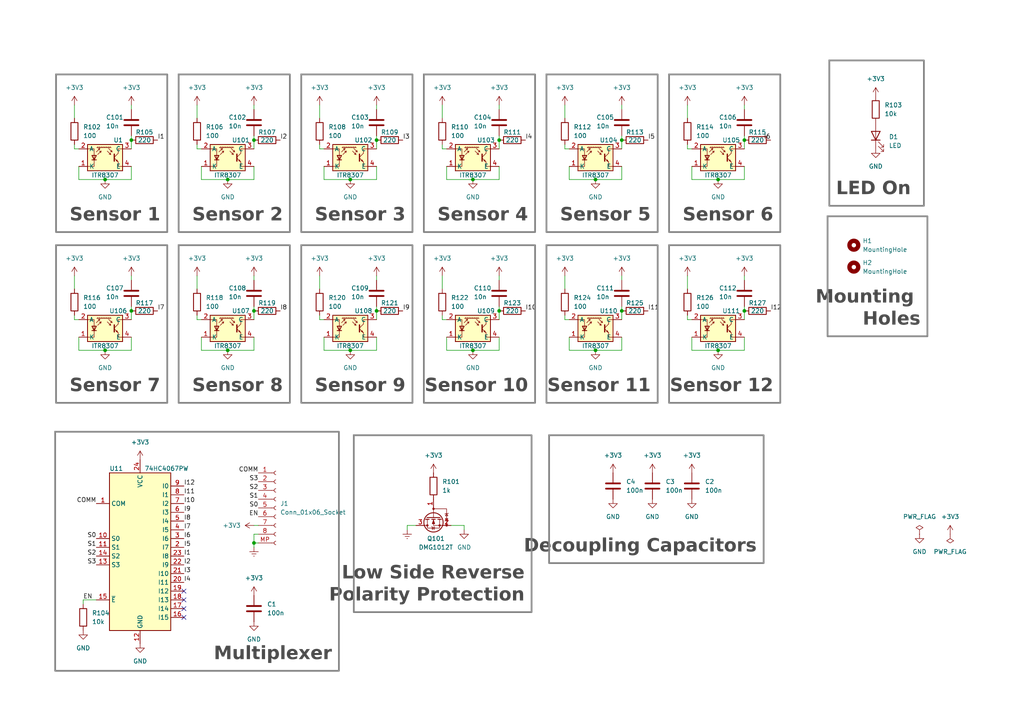
<source format=kicad_sch>
(kicad_sch (version 20231120) (generator "eeschema") (generator_version "8.0")
  (paper "A4")
  (title_block (title "Line Sensor") (date "2024-01-13") (rev "1") (comment 1 "Autor: Pedro Henrique Germano Silva"))
  (lib_symbols
    (symbol "CUSTOM:74HC4067PW"
      (property "Reference" "U" (at -8.89 22.86 0))
      (property "Value" "74HC4067PW" (at 7.62 22.86 0))
      (symbol "74HC4067PW_1_1"
        (pin passive line (at -12.7 12.7 0) (length 3.81) (name "COM") (number "1"))
        (pin input line (at -12.7 2.54 0) (length 3.81) (name "S0") (number "10"))
        (pin input line (at -12.7 0 0) (length 3.81) (name "S1") (number "11"))
        (pin power_in line (at 0 -27.94 90) (length 3.81) (name "GND") (number "12"))
        (pin input line (at -12.7 -5.08 0) (length 3.81) (name "S3") (number "13"))
        (pin input line (at -12.7 -2.54 0) (length 3.81) (name "S2") (number "14"))
        (pin input line (at -12.7 -15.24 0) (length 3.81) (name "~{E}") (number "15"))
        (pin passive line (at 12.7 -20.32 180) (length 3.81) (name "I15") (number "16"))
        (pin passive line (at 12.7 -17.78 180) (length 3.81) (name "I14") (number "17"))
        (pin passive line (at 12.7 -15.24 180) (length 3.81) (name "I13") (number "18"))
        (pin passive line (at 12.7 -12.7 180) (length 3.81) (name "I12") (number "19"))
        (pin passive line (at 12.7 0 180) (length 3.81) (name "I7") (number "2"))
        (pin passive line (at 12.7 -10.16 180) (length 3.81) (name "I11") (number "20"))
        (pin passive line (at 12.7 -7.62 180) (length 3.81) (name "I10") (number "21"))
        (pin passive line (at 12.7 -5.08 180) (length 3.81) (name "I9") (number "22"))
        (pin passive line (at 12.7 -2.54 180) (length 3.81) (name "I8") (number "23"))
        (pin power_in line (at 0 25.4 270) (length 3.81) (name "VCC") (number "24"))
        (pin passive line (at 12.7 2.54 180) (length 3.81) (name "I6") (number "3"))
        (pin passive line (at 12.7 5.08 180) (length 3.81) (name "I5") (number "4"))
        (pin passive line (at 12.7 7.62 180) (length 3.81) (name "I4") (number "5"))
        (pin passive line (at 12.7 10.16 180) (length 3.81) (name "I3") (number "6"))
        (pin passive line (at 12.7 12.7 180) (length 3.81) (name "I2") (number "7"))
        (pin passive line (at 12.7 15.24 180) (length 3.81) (name "I1") (number "8"))
        (pin passive line (at 12.7 17.78 180) (length 3.81) (name "I0") (number "9"))
      )
    )
    (symbol "CUSTOM:ITR8307/S18/TR8(B)"
      (property "Reference" "U" (at -3.81 5.08 0))
      (property "Value" "ITR8307" (at 2.54 5.08 0))
      (symbol "ITR8307/S18/TR8(B)_1_1"
        (pin passive line (at -7.62 -2.54 0) (length 2.54) (name "K") (number "1"))
        (pin passive line (at -7.62 2.54 0) (length 2.54) (name "A") (number "2"))
        (pin open_collector line (at 7.62 2.54 180) (length 2.54) (name "C") (number "3"))
        (pin passive line (at 7.62 -2.54 180) (length 2.54) (name "E") (number "4"))
      )
    )
    (symbol "Connector:Conn_01x09_Socket" (pin_names (offset 1.016) hide)
      (property "Reference" "J1" (at 1.27 1.2701 0))
      (property "Value" "Conn_01x06_Socket" (at 1.27 -1.2699 0))
      (symbol "Conn_01x09_Socket_1_1"
        (pin passive line (at -5.08 10.16 0) (length 3.81) (name "Pin_1") (number "1"))
        (pin passive line (at -5.08 7.62 0) (length 3.81) (name "Pin_2") (number "2"))
        (pin passive line (at -5.08 5.08 0) (length 3.81) (name "Pin_3") (number "3"))
        (pin passive line (at -5.08 2.54 0) (length 3.81) (name "Pin_4") (number "4"))
        (pin passive line (at -5.08 0 0) (length 3.81) (name "Pin_5") (number "5"))
        (pin passive line (at -5.08 -2.54 0) (length 3.81) (name "Pin_6") (number "6"))
        (pin passive line (at -5.08 -5.08 0) (length 3.81) (name "Pin_7") (number "7"))
        (pin passive line (at -5.08 -7.62 0) (length 3.81) (name "Pin_8") (number "8"))
        (pin passive line (at -5.08 -10.16 0) (length 3.81) (name "Pin_9") (number "MP"))
      )
    )
    (symbol "Device:C" (pin_numbers hide) (pin_names (offset 0.254))
      (property "Reference" "C" (at 0.635 2.54 0))
      (property "Value" "C" (at 0.635 -2.54 0))
      (symbol "C_1_1"
        (pin passive line (at 0 3.81 270) (length 2.794) (name "~") (number "1"))
        (pin passive line (at 0 -3.81 90) (length 2.794) (name "~") (number "2"))
      )
    )
    (symbol "Device:LED" (pin_numbers hide) (pin_names (offset 1.016) hide)
      (property "Reference" "D" (at 0 2.54 0))
      (property "Value" "LED" (at 0 -2.54 0))
      (symbol "LED_1_1"
        (pin passive line (at -3.81 0 0) (length 2.54) (name "K") (number "1"))
        (pin passive line (at 3.81 0 180) (length 2.54) (name "A") (number "2"))
      )
    )
    (symbol "Device:R" (pin_numbers hide) (pin_names (offset 0))
      (property "Reference" "R" (at 2.032 0 90))
      (property "Value" "R" (at 0 0 90))
      (symbol "R_1_1"
        (pin passive line (at 0 3.81 270) (length 1.27) (name "~") (number "1"))
        (pin passive line (at 0 -3.81 90) (length 1.27) (name "~") (number "2"))
      )
    )
    (symbol "Mechanical:MountingHole" (pin_names (offset 1.016))
      (property "Reference" "H" (at 0 5.08 0))
      (property "Value" "MountingHole" (at 0 3.175 0))
    )
    (symbol "Transistor_FET:DMG1012T" (pin_names (offset 0) hide)
      (property "Reference" "Q" (at 5.08 1.905 0))
      (property "Value" "DMG1012T" (at 5.08 0 0))
      (symbol "DMG1012T_1_1"
        (pin input line (at -5.08 0 0) (length 2.54) (name "G") (number "1"))
        (pin passive line (at 2.54 -5.08 90) (length 2.54) (name "S") (number "2"))
        (pin passive line (at 2.54 5.08 270) (length 2.54) (name "D") (number "3"))
      )
    )
    (symbol "power:+3V3" (power) (pin_names (offset 0))
      (property "Value" "+3V3" (at 0 3.556 0))
      (symbol "+3V3_1_1"
        (pin power_in line (at 0 0 90) (length 0) hide (name "+3V3") (number "1"))
      )
    )
    (symbol "power:Earth" (power) (pin_names (offset 0))
      (symbol "Earth_1_1"
        (pin power_in line (at 0 0 270) (length 0) hide (name "Earth") (number "1"))
      )
    )
    (symbol "power:GND" (power) (pin_names (offset 0))
      (property "Value" "GND" (at 0 -3.81 0))
      (symbol "GND_1_1"
        (pin power_in line (at 0 0 270) (length 0) hide (name "GND") (number "1"))
      )
    )
    (symbol "power:PWR_FLAG" (power) (pin_numbers hide) (pin_names (offset 0) hide)
      (property "Value" "PWR_FLAG" (at 0 3.81 0))
      (symbol "PWR_FLAG_0_0"
        (pin power_out line (at 0 0 90) (length 0) (name "pwr") (number "1"))
      )
    )
  )
  (junction (at 38.1 40.64))
  (junction (at 101.6 52.07))
  (junction (at 109.22 90.17))
  (junction (at 208.28 52.07))
  (junction (at 137.16 52.07))
  (junction (at 215.9 90.17))
  (junction (at 66.04 52.07))
  (junction (at 73.66 40.64))
  (junction (at 30.48 52.07))
  (junction (at 208.28 101.6))
  (junction (at 38.1 90.17))
  (junction (at 172.72 101.6))
  (junction (at 144.78 90.17))
  (junction (at 30.48 101.6))
  (junction (at 180.34 40.64))
  (junction (at 172.72 52.07))
  (junction (at 215.9 40.64))
  (junction (at 73.66 157.48))
  (junction (at 144.78 40.64))
  (junction (at 180.34 90.17))
  (junction (at 137.16 101.6))
  (junction (at 101.6 101.6))
  (junction (at 66.04 101.6))
  (junction (at 109.22 40.64))
  (junction (at 73.66 90.17))
  (no_connect (at 53.34 179.07))
  (no_connect (at 53.34 171.45))
  (no_connect (at 53.34 176.53))
  (no_connect (at 53.34 173.99))
  (wire (pts (xy 109.22 101.6) (xy 101.6 101.6)))
  (wire (pts (xy 144.78 48.26) (xy 144.78 52.07)))
  (wire (pts (xy 73.66 97.79) (xy 73.66 101.6)))
  (wire (pts (xy 93.98 97.79) (xy 93.98 101.6)))
  (wire (pts (xy 118.11 153.67) (xy 118.11 152.4)))
  (wire (pts (xy 144.78 81.28) (xy 144.78 80.01)))
  (wire (pts (xy 58.42 97.79) (xy 58.42 101.6)))
  (wire (pts (xy 73.66 90.17) (xy 73.66 92.71)))
  (wire (pts (xy 163.83 92.71) (xy 163.83 91.44)))
  (wire (pts (xy 200.66 97.79) (xy 200.66 101.6)))
  (wire (pts (xy 200.66 48.26) (xy 200.66 52.07)))
  (wire (pts (xy 128.27 92.71) (xy 128.27 91.44)))
  (wire (pts (xy 22.86 52.07) (xy 30.48 52.07)))
  (wire (pts (xy 92.71 43.18) (xy 92.71 41.91)))
  (wire (pts (xy 180.34 97.79) (xy 180.34 101.6)))
  (wire (pts (xy 165.1 97.79) (xy 165.1 101.6)))
  (wire (pts (xy 215.9 81.28) (xy 215.9 80.01)))
  (wire (pts (xy 144.78 40.64) (xy 144.78 39.37)))
  (wire (pts (xy 21.59 30.48) (xy 21.59 34.29)))
  (wire (pts (xy 58.42 52.07) (xy 66.04 52.07)))
  (wire (pts (xy 180.34 48.26) (xy 180.34 52.07)))
  (wire (pts (xy 38.1 48.26) (xy 38.1 52.07)))
  (wire (pts (xy 92.71 80.01) (xy 92.71 83.82)))
  (wire (pts (xy 180.34 90.17) (xy 180.34 92.71)))
  (wire (pts (xy 93.98 43.18) (xy 92.71 43.18)))
  (wire (pts (xy 109.22 40.64) (xy 109.22 39.37)))
  (wire (pts (xy 165.1 43.18) (xy 163.83 43.18)))
  (wire (pts (xy 93.98 92.71) (xy 92.71 92.71)))
  (wire (pts (xy 109.22 90.17) (xy 109.22 92.71)))
  (wire (pts (xy 165.1 52.07) (xy 172.72 52.07)))
  (wire (pts (xy 92.71 30.48) (xy 92.71 34.29)))
  (wire (pts (xy 38.1 52.07) (xy 30.48 52.07)))
  (wire (pts (xy 134.62 152.4) (xy 134.62 153.67)))
  (wire (pts (xy 58.42 43.18) (xy 57.15 43.18)))
  (wire (pts (xy 57.15 43.18) (xy 57.15 41.91)))
  (wire (pts (xy 144.78 90.17) (xy 144.78 88.9)))
  (wire (pts (xy 199.39 80.01) (xy 199.39 83.82)))
  (wire (pts (xy 180.34 81.28) (xy 180.34 80.01)))
  (wire (pts (xy 109.22 97.79) (xy 109.22 101.6)))
  (wire (pts (xy 73.66 154.94) (xy 74.93 154.94)))
  (wire (pts (xy 38.1 31.75) (xy 38.1 30.48)))
  (wire (pts (xy 180.34 52.07) (xy 172.72 52.07)))
  (wire (pts (xy 58.42 92.71) (xy 57.15 92.71)))
  (wire (pts (xy 73.66 101.6) (xy 66.04 101.6)))
  (wire (pts (xy 215.9 90.17) (xy 215.9 92.71)))
  (wire (pts (xy 180.34 90.17) (xy 180.34 88.9)))
  (wire (pts (xy 109.22 52.07) (xy 101.6 52.07)))
  (wire (pts (xy 144.78 90.17) (xy 144.78 92.71)))
  (wire (pts (xy 38.1 81.28) (xy 38.1 80.01)))
  (wire (pts (xy 73.66 52.07) (xy 66.04 52.07)))
  (wire (pts (xy 73.66 152.4) (xy 74.93 152.4)))
  (wire (pts (xy 165.1 92.71) (xy 163.83 92.71)))
  (wire (pts (xy 21.59 92.71) (xy 21.59 91.44)))
  (wire (pts (xy 180.34 31.75) (xy 180.34 30.48)))
  (wire (pts (xy 215.9 90.17) (xy 215.9 88.9)))
  (wire (pts (xy 73.66 157.48) (xy 74.93 157.48)))
  (wire (pts (xy 92.71 92.71) (xy 92.71 91.44)))
  (wire (pts (xy 57.15 92.71) (xy 57.15 91.44)))
  (wire (pts (xy 22.86 101.6) (xy 30.48 101.6)))
  (wire (pts (xy 163.83 80.01) (xy 163.83 83.82)))
  (wire (pts (xy 38.1 101.6) (xy 30.48 101.6)))
  (wire (pts (xy 58.42 48.26) (xy 58.42 52.07)))
  (wire (pts (xy 200.66 52.07) (xy 208.28 52.07)))
  (wire (pts (xy 93.98 48.26) (xy 93.98 52.07)))
  (wire (pts (xy 215.9 40.64) (xy 215.9 39.37)))
  (wire (pts (xy 38.1 90.17) (xy 38.1 92.71)))
  (wire (pts (xy 180.34 40.64) (xy 180.34 39.37)))
  (wire (pts (xy 73.66 48.26) (xy 73.66 52.07)))
  (wire (pts (xy 129.54 48.26) (xy 129.54 52.07)))
  (wire (pts (xy 109.22 31.75) (xy 109.22 30.48)))
  (wire (pts (xy 21.59 43.18) (xy 21.59 41.91)))
  (wire (pts (xy 24.13 175.26) (xy 24.13 173.99)))
  (wire (pts (xy 144.78 52.07) (xy 137.16 52.07)))
  (wire (pts (xy 22.86 48.26) (xy 22.86 52.07)))
  (wire (pts (xy 165.1 101.6) (xy 172.72 101.6)))
  (wire (pts (xy 73.66 90.17) (xy 73.66 88.9)))
  (wire (pts (xy 129.54 97.79) (xy 129.54 101.6)))
  (wire (pts (xy 38.1 90.17) (xy 38.1 88.9)))
  (wire (pts (xy 130.81 152.4) (xy 134.62 152.4)))
  (wire (pts (xy 109.22 90.17) (xy 109.22 88.9)))
  (wire (pts (xy 57.15 30.48) (xy 57.15 34.29)))
  (wire (pts (xy 73.66 40.64) (xy 73.66 43.18)))
  (wire (pts (xy 109.22 48.26) (xy 109.22 52.07)))
  (wire (pts (xy 73.66 81.28) (xy 73.66 80.01)))
  (wire (pts (xy 93.98 101.6) (xy 101.6 101.6)))
  (wire (pts (xy 24.13 173.99) (xy 27.94 173.99)))
  (wire (pts (xy 215.9 40.64) (xy 215.9 43.18)))
  (wire (pts (xy 22.86 92.71) (xy 21.59 92.71)))
  (wire (pts (xy 21.59 80.01) (xy 21.59 83.82)))
  (wire (pts (xy 128.27 80.01) (xy 128.27 83.82)))
  (wire (pts (xy 38.1 40.64) (xy 38.1 39.37)))
  (wire (pts (xy 93.98 52.07) (xy 101.6 52.07)))
  (wire (pts (xy 163.83 30.48) (xy 163.83 34.29)))
  (wire (pts (xy 144.78 31.75) (xy 144.78 30.48)))
  (wire (pts (xy 128.27 30.48) (xy 128.27 34.29)))
  (wire (pts (xy 180.34 40.64) (xy 180.34 43.18)))
  (wire (pts (xy 199.39 92.71) (xy 199.39 91.44)))
  (wire (pts (xy 144.78 101.6) (xy 137.16 101.6)))
  (wire (pts (xy 144.78 97.79) (xy 144.78 101.6)))
  (wire (pts (xy 144.78 40.64) (xy 144.78 43.18)))
  (wire (pts (xy 128.27 43.18) (xy 128.27 41.91)))
  (wire (pts (xy 200.66 92.71) (xy 199.39 92.71)))
  (wire (pts (xy 22.86 43.18) (xy 21.59 43.18)))
  (wire (pts (xy 73.66 157.48) (xy 73.66 154.94)))
  (wire (pts (xy 180.34 101.6) (xy 172.72 101.6)))
  (wire (pts (xy 215.9 31.75) (xy 215.9 30.48)))
  (wire (pts (xy 163.83 43.18) (xy 163.83 41.91)))
  (wire (pts (xy 38.1 40.64) (xy 38.1 43.18)))
  (wire (pts (xy 129.54 43.18) (xy 128.27 43.18)))
  (wire (pts (xy 73.66 31.75) (xy 73.66 30.48)))
  (wire (pts (xy 38.1 97.79) (xy 38.1 101.6)))
  (wire (pts (xy 109.22 40.64) (xy 109.22 43.18)))
  (wire (pts (xy 118.11 152.4) (xy 120.65 152.4)))
  (wire (pts (xy 215.9 101.6) (xy 208.28 101.6)))
  (wire (pts (xy 57.15 80.01) (xy 57.15 83.82)))
  (wire (pts (xy 129.54 101.6) (xy 137.16 101.6)))
  (wire (pts (xy 199.39 43.18) (xy 199.39 41.91)))
  (wire (pts (xy 215.9 48.26) (xy 215.9 52.07)))
  (wire (pts (xy 199.39 30.48) (xy 199.39 34.29)))
  (wire (pts (xy 129.54 52.07) (xy 137.16 52.07)))
  (wire (pts (xy 73.66 40.64) (xy 73.66 39.37)))
  (wire (pts (xy 58.42 101.6) (xy 66.04 101.6)))
  (wire (pts (xy 109.22 81.28) (xy 109.22 80.01)))
  (wire (pts (xy 73.66 158.75) (xy 73.66 157.48)))
  (wire (pts (xy 129.54 92.71) (xy 128.27 92.71)))
  (wire (pts (xy 22.86 97.79) (xy 22.86 101.6)))
  (wire (pts (xy 165.1 48.26) (xy 165.1 52.07)))
  (wire (pts (xy 215.9 52.07) (xy 208.28 52.07)))
  (wire (pts (xy 200.66 101.6) (xy 208.28 101.6)))
  (wire (pts (xy 200.66 43.18) (xy 199.39 43.18)))
  (wire (pts (xy 215.9 97.79) (xy 215.9 101.6)))
  (rectangle (start 51.816 21.59) (end 84.074 67.31) (stroke (width 0.508) (color 132 132 132 1)))
  (rectangle (start 159.258 126.238) (end 221.488 163.322) (stroke (width 0.508) (color 132 132 132 1)))
  (rectangle (start 87.376 71.12) (end 119.634 116.84) (stroke (width 0.508) (color 132 132 132 1)))
  (rectangle (start 16.256 71.12) (end 48.514 116.84) (stroke (width 0.508) (color 132 132 132 1)))
  (rectangle (start 194.056 71.12) (end 226.314 116.84) (stroke (width 0.508) (color 132 132 132 1)))
  (rectangle (start 102.616 126.238) (end 154.178 177.546) (stroke (width 0.508) (color 132 132 132 1)))
  (rectangle (start 158.496 21.59) (end 190.754 67.31) (stroke (width 0.508) (color 132 132 132 1)))
  (rectangle (start 158.496 71.12) (end 190.754 116.84) (stroke (width 0.508) (color 132 132 132 1)))
  (rectangle (start 16.002 125.222) (end 98.298 194.564) (stroke (width 0.508) (color 132 132 132 1)))
  (rectangle (start 122.936 71.12) (end 155.194 116.84) (stroke (width 0.508) (color 132 132 132 1)))
  (rectangle (start 240.538 17.526) (end 267.97 59.69) (stroke (width 0.508) (color 132 132 132 1)))
  (rectangle (start 240.03 62.738) (end 268.986 97.536) (stroke (width 0.508) (color 132 132 132 1)))
  (rectangle (start 51.816 71.12) (end 84.074 116.84) (stroke (width 0.508) (color 132 132 132 1)))
  (rectangle (start 194.056 21.59) (end 226.314 67.31) (stroke (width 0.508) (color 132 132 132 1)))
  (rectangle (start 122.936 21.59) (end 155.194 67.31) (stroke (width 0.508) (color 132 132 132 1)))
  (rectangle (start 87.376 21.59) (end 119.634 67.31) (stroke (width 0.508) (color 132 132 132 1)))
  (rectangle (start 16.256 21.59) (end 48.514 67.31) (stroke (width 0.508) (color 132 132 132 1)))
  (text "Low Side Reverse\nPolarity Protection" (at 152.146 176.022 0) (effects (font (size 3.81 3.81) (thickness 0.254) (bold yes)) (justify right bottom)))
  (text "Sensor 4" (at 153.162 65.786 0) (effects (font (size 3.81 3.81) (thickness 0.254) (bold yes)) (justify right bottom)))
  (text "Sensor 3" (at 117.602 65.786 0) (effects (font (size 3.81 3.81) (thickness 0.254) (bold yes)) (justify right bottom)))
  (text "Sensor 12" (at 224.282 115.316 0) (effects (font (size 3.81 3.81) (thickness 0.254) (bold yes)) (justify right bottom)))
  (text "Sensor 2" (at 82.042 65.786 0) (effects (font (size 3.81 3.81) (thickness 0.254) (bold yes)) (justify right bottom)))
  (text "Sensor 8" (at 82.042 115.316 0) (effects (font (size 3.81 3.81) (thickness 0.254) (bold yes)) (justify right bottom)))
  (text "Sensor 1" (at 46.482 65.786 0) (effects (font (size 3.81 3.81) (thickness 0.254) (bold yes)) (justify right bottom)))
  (text "Sensor 10" (at 153.162 115.316 0) (effects (font (size 3.81 3.81) (thickness 0.254) (bold yes)) (justify right bottom)))
  (text "Sensor 5" (at 188.722 65.786 0) (effects (font (size 3.81 3.81) (thickness 0.254) (bold yes)) (justify right bottom)))
  (text "LED On" (at 264.16 58.166 0) (effects (font (size 3.81 3.81) (thickness 0.254) (bold yes)) (justify right bottom)))
  (text "Sensor 9" (at 117.602 115.316 0) (effects (font (size 3.81 3.81) (thickness 0.254) (bold yes)) (justify right bottom)))
  (text "Sensor 11" (at 188.722 115.316 0) (effects (font (size 3.81 3.81) (thickness 0.254) (bold yes)) (justify right bottom)))
  (text "Sensor 6" (at 224.282 65.786 0) (effects (font (size 3.81 3.81) (thickness 0.254) (bold yes)) (justify right bottom)))
  (text "Mounting \nHoles" (at 266.954 96.012 0) (effects (font (size 3.81 3.81) (thickness 0.254) (bold yes)) (justify right bottom)))
  (text "Decoupling Capacitors" (at 219.456 161.798 0) (effects (font (size 3.81 3.81) (thickness 0.254) (bold yes)) (justify right bottom)))
  (text "Multiplexer" (at 96.266 193.04 0) (effects (font (size 3.81 3.81) (thickness 0.254) (bold yes)) (justify right bottom)))
  (text "Sensor 7" (at 46.482 115.316 0) (effects (font (size 3.81 3.81) (thickness 0.254) (bold yes)) (justify right bottom)))
  (label "S0" (at 27.94 156.21 180))
  (label "I6" (at 53.34 156.21 0))
  (label "I10" (at 53.34 146.05 0))
  (label "I11" (at 53.34 143.51 0))
  (label "I1" (at 45.72 40.64 0))
  (label "I11" (at 187.96 90.17 0))
  (label "S0" (at 74.93 147.32 180))
  (label "I10" (at 152.4 90.17 0))
  (label "I1" (at 53.34 161.29 0))
  (label "I3" (at 116.84 40.64 0))
  (label "I8" (at 53.34 151.13 0))
  (label "COMM" (at 27.94 146.05 180))
  (label "I7" (at 53.34 153.67 0))
  (label "S1" (at 27.94 158.75 180))
  (label "I5" (at 187.96 40.64 0))
  (label "S2" (at 74.93 142.24 180))
  (label "I4" (at 53.34 168.91 0))
  (label "I9" (at 116.84 90.17 0))
  (label "EN" (at 74.93 149.86 180))
  (label "I2" (at 53.34 163.83 0))
  (label "I9" (at 53.34 148.59 0))
  (label "I8" (at 81.28 90.17 0))
  (label "S3" (at 27.94 163.83 180))
  (label "I7" (at 45.72 90.17 0))
  (label "I12" (at 53.34 140.97 0))
  (label "I12" (at 223.52 90.17 0))
  (label "S2" (at 27.94 161.29 180))
  (label "I3" (at 53.34 166.37 0))
  (label "I5" (at 53.34 158.75 0))
  (label "I2" (at 81.28 40.64 0))
  (label "S1" (at 74.93 144.78 180))
  (label "I4" (at 152.4 40.64 0))
  (label "COMM" (at 74.93 137.16 180))
  (label "S3" (at 74.93 139.7 180))
  (label "EN" (at 24.13 173.99 0))
  (label "I6" (at 223.52 40.64 180))
  (symbol (lib_id "power:GND") (at 134.62 153.67 0) (unit 1)
    (property "Reference" "#PWR0103" (effects (hide yes)))
    (property "Value" "GND" (at 134.62 158.75 0))
  )
  (symbol (lib_id "power:+3V3") (at 189.23 137.16 0) (unit 1)
    (property "Reference" "#PWR036" (effects (hide yes)))
    (property "Value" "+3V3" (at 189.23 132.08 0))
  )
  (symbol (lib_id "Device:R") (at 219.71 90.17 90) (unit 1)
    (property "Reference" "R127" (at 219.71 87.884 90))
    (property "Value" "220" (at 219.71 90.17 90))
    (property "Footprint" "Resistor_SMD:R_0805_2012Metric" (effects (hide yes)))
    (property "Description" "Resistor" (effects (hide yes)))
  )
  (symbol (lib_id "power:GND") (at 101.6 52.07 0) (unit 1)
    (property "Reference" "#PWR0110" (effects (hide yes)))
    (property "Value" "GND" (at 101.6 57.15 0))
  )
  (symbol (lib_id "Device:R") (at 148.59 40.64 90) (unit 1)
    (property "Reference" "R111" (at 148.59 38.354 90))
    (property "Value" "220" (at 148.59 40.64 90))
    (property "Footprint" "Resistor_SMD:R_0805_2012Metric" (effects (hide yes)))
    (property "Description" "Resistor" (effects (hide yes)))
  )
  (symbol (lib_id "Device:R") (at 113.03 40.64 90) (unit 1)
    (property "Reference" "R109" (at 113.03 38.354 90))
    (property "Value" "220" (at 113.03 40.64 90))
    (property "Footprint" "Resistor_SMD:R_0805_2012Metric" (effects (hide yes)))
    (property "Description" "Resistor" (effects (hide yes)))
  )
  (symbol (lib_id "Device:R") (at 254 31.75 0) (unit 1)
    (property "Reference" "R103" (at 256.54 30.4799 0) (effects (justify left)))
    (property "Value" "10k" (at 256.54 33.0199 0) (effects (justify left)))
    (property "Footprint" "Resistor_SMD:R_0805_2012Metric" (effects (hide yes)))
    (property "Description" "Resistor" (effects (hide yes)))
  )
  (symbol (lib_id "Device:C") (at 215.9 85.09 0) (unit 1)
    (property "Reference" "C112" (at 208.534 83.566 0) (effects (justify left)))
    (property "Value" "10n" (at 208.534 86.106 0) (effects (justify left)))
    (property "Footprint" "Capacitor_SMD:C_0805_2012Metric_Pad1.18x1.45mm_HandSolder" (effects (hide yes)))
    (property "Description" "Unpolarized capacitor" (effects (hide yes)))
  )
  (symbol (lib_id "power:GND") (at 73.66 180.34 0) (unit 1)
    (property "Reference" "#PWR027" (effects (hide yes)))
    (property "Value" "GND" (at 73.66 185.42 0))
  )
  (symbol (lib_id "power:+3V3") (at 125.73 137.16 0) (unit 1)
    (property "Reference" "#PWR0102" (effects (hide yes)))
    (property "Value" "+3V3" (at 125.73 132.08 0))
  )
  (symbol (lib_id "CUSTOM:ITR8307/S18/TR8(B)") (at 208.28 45.72 0) (unit 1)
    (property "Reference" "U105" (at 212.09 40.64 0))
    (property "Value" "ITR8307" (at 208.28 50.8 0))
    (property "Footprint" "Custom:ITR8307_S18_TR8_B" (effects (hide yes)))
    (property "Datasheet" "http://www.everlight.com/file/ProductFile/ITR8307.pdf" (effects (hide yes)))
    (property "LCSC" "C115037" (effects (hide yes)))
  )
  (symbol (lib_id "Device:C") (at 38.1 35.56 0) (unit 1)
    (property "Reference" "C101" (at 30.734 34.036 0) (effects (justify left)))
    (property "Value" "10n" (at 30.734 36.576 0) (effects (justify left)))
    (property "Footprint" "Capacitor_SMD:C_0805_2012Metric_Pad1.18x1.45mm_HandSolder" (effects (hide yes)))
    (property "Description" "Unpolarized capacitor" (effects (hide yes)))
  )
  (symbol (lib_id "CUSTOM:74HC4067PW") (at 40.64 158.75 0) (unit 1)
    (property "Reference" "U11" (at 31.75 135.89 0) (effects (justify left)))
    (property "Value" "74HC4067PW" (at 41.91 135.89 0) (effects (justify left)))
    (property "Footprint" "Package_SO:TSSOP-24_4.4x7.8mm_P0.65mm" (effects (hide yes)))
    (property "Datasheet" "https://datasheet.lcsc.com/lcsc/1808081233_Nexperia-74HC4067PW-118_C179326.pdf" (effects (hide yes)))
    (property "LCSC" "C179326" (effects (hide yes)))
  )
  (symbol (lib_id "CUSTOM:ITR8307/S18/TR8(B)") (at 66.04 95.25 0) (unit 1)
    (property "Reference" "U107" (at 69.85 90.17 0))
    (property "Value" "ITR8307" (at 66.04 100.33 0))
    (property "Footprint" "Custom:ITR8307_S18_TR8_B" (effects (hide yes)))
    (property "Datasheet" "http://www.everlight.com/file/ProductFile/ITR8307.pdf" (effects (hide yes)))
    (property "LCSC" "C115037" (effects (hide yes)))
  )
  (symbol (lib_id "Device:R") (at 57.15 87.63 0) (unit 1)
    (property "Reference" "R118" (at 59.69 86.3599 0) (effects (justify left)))
    (property "Value" "100" (at 59.69 88.8999 0) (effects (justify left)))
    (property "Footprint" "Resistor_SMD:R_0805_2012Metric" (effects (hide yes)))
    (property "Description" "Resistor" (effects (hide yes)))
  )
  (symbol (lib_id "Mechanical:MountingHole") (at 247.65 77.47 0) (unit 1)
    (property "Reference" "H2" (at 250.19 76.1999 0) (effects (justify left)))
    (property "Value" "MountingHole" (at 250.19 78.7399 0) (effects (justify left)))
    (property "Footprint" "MountingHole:MountingHole_3.2mm_M3_Pad_Via" (effects (hide yes)))
  )
  (symbol (lib_id "power:+3V3") (at 73.66 30.48 0) (unit 1)
    (property "Reference" "#PWR0108" (effects (hide yes)))
    (property "Value" "+3V3" (at 73.66 25.4 0))
  )
  (symbol (lib_id "Device:C") (at 144.78 85.09 0) (unit 1)
    (property "Reference" "C110" (at 137.414 83.566 0) (effects (justify left)))
    (property "Value" "10n" (at 137.414 86.106 0) (effects (justify left)))
    (property "Footprint" "Capacitor_SMD:C_0805_2012Metric_Pad1.18x1.45mm_HandSolder" (effects (hide yes)))
    (property "Description" "Unpolarized capacitor" (effects (hide yes)))
  )
  (symbol (lib_id "power:+3V3") (at 21.59 80.01 0) (unit 1)
    (property "Reference" "#PWR0121" (effects (hide yes)))
    (property "Value" "+3V3" (at 21.59 74.93 0))
  )
  (symbol (lib_id "power:GND") (at 208.28 52.07 0) (unit 1)
    (property "Reference" "#PWR0119" (effects (hide yes)))
    (property "Value" "GND" (at 208.28 57.15 0))
  )
  (symbol (lib_id "Device:R") (at 57.15 38.1 0) (unit 1)
    (property "Reference" "R106" (at 59.69 36.8299 0) (effects (justify left)))
    (property "Value" "100" (at 59.69 39.3699 0) (effects (justify left)))
    (property "Footprint" "Resistor_SMD:R_0805_2012Metric" (effects (hide yes)))
    (property "Description" "Resistor" (effects (hide yes)))
  )
  (symbol (lib_id "Device:C") (at 189.23 140.97 0) (unit 1)
    (property "Reference" "C3" (at 193.04 139.6999 0) (effects (justify left)))
    (property "Value" "100n" (at 193.04 142.2399 0) (effects (justify left)))
    (property "Footprint" "Capacitor_SMD:C_0805_2012Metric_Pad1.18x1.45mm_HandSolder" (effects (hide yes)))
    (property "LCSC" "C38141" (effects (hide yes)))
  )
  (symbol (lib_id "power:+3V3") (at 57.15 30.48 0) (unit 1)
    (property "Reference" "#PWR0106" (effects (hide yes)))
    (property "Value" "+3V3" (at 57.15 25.4 0))
  )
  (symbol (lib_id "Device:R") (at 163.83 87.63 0) (unit 1)
    (property "Reference" "R124" (at 166.37 86.3599 0) (effects (justify left)))
    (property "Value" "100" (at 166.37 88.8999 0) (effects (justify left)))
    (property "Footprint" "Resistor_SMD:R_0805_2012Metric" (effects (hide yes)))
    (property "Description" "Resistor" (effects (hide yes)))
  )
  (symbol (lib_id "CUSTOM:ITR8307/S18/TR8(B)") (at 101.6 45.72 0) (unit 1)
    (property "Reference" "U102" (at 105.41 40.64 0))
    (property "Value" "ITR8307" (at 101.6 50.8 0))
    (property "Footprint" "Custom:ITR8307_S18_TR8_B" (effects (hide yes)))
    (property "Datasheet" "http://www.everlight.com/file/ProductFile/ITR8307.pdf" (effects (hide yes)))
    (property "LCSC" "C115037" (effects (hide yes)))
  )
  (symbol (lib_id "Device:C") (at 109.22 35.56 0) (unit 1)
    (property "Reference" "C103" (at 101.854 34.036 0) (effects (justify left)))
    (property "Value" "10n" (at 101.854 36.576 0) (effects (justify left)))
    (property "Footprint" "Capacitor_SMD:C_0805_2012Metric_Pad1.18x1.45mm_HandSolder" (effects (hide yes)))
    (property "Description" "Unpolarized capacitor" (effects (hide yes)))
  )
  (symbol (lib_id "power:+3V3") (at 199.39 80.01 0) (unit 1)
    (property "Reference" "#PWR0136" (effects (hide yes)))
    (property "Value" "+3V3" (at 199.39 74.93 0))
  )
  (symbol (lib_id "power:GND") (at 24.13 182.88 0) (unit 1)
    (property "Reference" "#PWR025" (effects (hide yes)))
    (property "Value" "GND" (at 24.13 187.96 0))
  )
  (symbol (lib_id "CUSTOM:ITR8307/S18/TR8(B)") (at 208.28 95.25 0) (unit 1)
    (property "Reference" "U111" (at 212.09 90.17 0))
    (property "Value" "ITR8307" (at 208.28 100.33 0))
    (property "Footprint" "Custom:ITR8307_S18_TR8_B" (effects (hide yes)))
    (property "Datasheet" "http://www.everlight.com/file/ProductFile/ITR8307.pdf" (effects (hide yes)))
    (property "LCSC" "C115037" (effects (hide yes)))
  )
  (symbol (lib_id "power:+3V3") (at 163.83 30.48 0) (unit 1)
    (property "Reference" "#PWR0115" (effects (hide yes)))
    (property "Value" "+3V3" (at 163.83 25.4 0))
  )
  (symbol (lib_id "power:PWR_FLAG") (at 266.7 154.94 0) (unit 1)
    (property "Reference" "#FLG01" (effects (hide yes)))
    (property "Value" "PWR_FLAG" (at 266.7 149.86 0))
  )
  (symbol (lib_id "Device:R") (at 92.71 38.1 0) (unit 1)
    (property "Reference" "R108" (at 95.25 36.8299 0) (effects (justify left)))
    (property "Value" "100" (at 95.25 39.3699 0) (effects (justify left)))
    (property "Footprint" "Resistor_SMD:R_0805_2012Metric" (effects (hide yes)))
    (property "Description" "Resistor" (effects (hide yes)))
  )
  (symbol (lib_id "CUSTOM:ITR8307/S18/TR8(B)") (at 30.48 45.72 0) (unit 1)
    (property "Reference" "U1" (at 34.29 40.64 0))
    (property "Value" "ITR8307" (at 30.48 50.8 0))
    (property "Footprint" "Custom:ITR8307_S18_TR8_B" (effects (hide yes)))
    (property "Datasheet" "http://www.everlight.com/file/ProductFile/ITR8307.pdf" (effects (hide yes)))
    (property "LCSC" "C115037" (effects (hide yes)))
  )
  (symbol (lib_id "power:+3V3") (at 199.39 30.48 0) (unit 1)
    (property "Reference" "#PWR0118" (effects (hide yes)))
    (property "Value" "+3V3" (at 199.39 25.4 0))
  )
  (symbol (lib_id "power:GND") (at 137.16 52.07 0) (unit 1)
    (property "Reference" "#PWR0113" (effects (hide yes)))
    (property "Value" "GND" (at 137.16 57.15 0))
  )
  (symbol (lib_id "power:+3V3") (at 73.66 172.72 0) (unit 1)
    (property "Reference" "#PWR026" (effects (hide yes)))
    (property "Value" "+3V3" (at 73.66 167.64 0))
  )
  (symbol (lib_id "Device:R") (at 21.59 87.63 0) (unit 1)
    (property "Reference" "R116" (at 24.13 86.3599 0) (effects (justify left)))
    (property "Value" "100" (at 24.13 88.8999 0) (effects (justify left)))
    (property "Footprint" "Resistor_SMD:R_0805_2012Metric" (effects (hide yes)))
    (property "Description" "Resistor" (effects (hide yes)))
  )
  (symbol (lib_id "power:GND") (at 66.04 101.6 0) (unit 1)
    (property "Reference" "#PWR0125" (effects (hide yes)))
    (property "Value" "GND" (at 66.04 106.68 0))
  )
  (symbol (lib_id "Device:R") (at 41.91 40.64 90) (unit 1)
    (property "Reference" "R105" (at 41.91 38.354 90))
    (property "Value" "220" (at 41.91 40.64 90))
    (property "Footprint" "Resistor_SMD:R_0805_2012Metric" (effects (hide yes)))
    (property "Description" "Resistor" (effects (hide yes)))
  )
  (symbol (lib_id "power:+3V3") (at 38.1 80.01 0) (unit 1)
    (property "Reference" "#PWR0123" (effects (hide yes)))
    (property "Value" "+3V3" (at 38.1 74.93 0))
  )
  (symbol (lib_id "power:+3V3") (at 38.1 30.48 0) (unit 1)
    (property "Reference" "#PWR0105" (effects (hide yes)))
    (property "Value" "+3V3" (at 38.1 25.4 0))
  )
  (symbol (lib_id "Device:C") (at 73.66 176.53 0) (unit 1)
    (property "Reference" "C1" (at 77.47 175.2599 0) (effects (justify left)))
    (property "Value" "100n" (at 77.47 177.7999 0) (effects (justify left)))
    (property "Footprint" "Capacitor_SMD:C_0805_2012Metric_Pad1.18x1.45mm_HandSolder" (effects (hide yes)))
    (property "LCSC" "C38141" (effects (hide yes)))
  )
  (symbol (lib_id "power:+3V3") (at 73.66 80.01 0) (unit 1)
    (property "Reference" "#PWR0126" (effects (hide yes)))
    (property "Value" "+3V3" (at 73.66 74.93 0))
  )
  (symbol (lib_id "Device:R") (at 77.47 40.64 90) (unit 1)
    (property "Reference" "R107" (at 77.47 38.354 90))
    (property "Value" "220" (at 77.47 40.64 90))
    (property "Footprint" "Resistor_SMD:R_0805_2012Metric" (effects (hide yes)))
    (property "Description" "Resistor" (effects (hide yes)))
  )
  (symbol (lib_id "Mechanical:MountingHole") (at 247.65 71.12 0) (unit 1)
    (property "Reference" "H1" (at 250.19 69.8499 0) (effects (justify left)))
    (property "Value" "MountingHole" (at 250.19 72.3899 0) (effects (justify left)))
    (property "Footprint" "MountingHole:MountingHole_3.2mm_M3_Pad_Via" (effects (hide yes)))
  )
  (symbol (lib_id "Device:C") (at 73.66 85.09 0) (unit 1)
    (property "Reference" "C108" (at 66.294 83.566 0) (effects (justify left)))
    (property "Value" "10n" (at 66.294 86.106 0) (effects (justify left)))
    (property "Footprint" "Capacitor_SMD:C_0805_2012Metric_Pad1.18x1.45mm_HandSolder" (effects (hide yes)))
    (property "Description" "Unpolarized capacitor" (effects (hide yes)))
  )
  (symbol (lib_id "Device:R") (at 199.39 87.63 0) (unit 1)
    (property "Reference" "R126" (at 201.93 86.3599 0) (effects (justify left)))
    (property "Value" "100" (at 201.93 88.8999 0) (effects (justify left)))
    (property "Footprint" "Resistor_SMD:R_0805_2012Metric" (effects (hide yes)))
    (property "Description" "Resistor" (effects (hide yes)))
  )
  (symbol (lib_id "Device:R") (at 92.71 87.63 0) (unit 1)
    (property "Reference" "R120" (at 95.25 86.3599 0) (effects (justify left)))
    (property "Value" "100" (at 95.25 88.8999 0) (effects (justify left)))
    (property "Footprint" "Resistor_SMD:R_0805_2012Metric" (effects (hide yes)))
    (property "Description" "Resistor" (effects (hide yes)))
  )
  (symbol (lib_id "power:GND") (at 177.8 144.78 0) (unit 1)
    (property "Reference" "#PWR039" (effects (hide yes)))
    (property "Value" "GND" (at 177.8 149.86 0))
  )
  (symbol (lib_id "Device:R") (at 24.13 179.07 0) (unit 1)
    (property "Reference" "R104" (at 26.67 177.7999 0) (effects (justify left)))
    (property "Value" "10k" (at 26.67 180.3399 0) (effects (justify left)))
    (property "Footprint" "Resistor_SMD:R_0805_2012Metric" (effects (hide yes)))
    (property "Description" "Resistor" (effects (hide yes)))
  )
  (symbol (lib_id "power:GND") (at 30.48 52.07 0) (unit 1)
    (property "Reference" "#PWR02" (effects (hide yes)))
    (property "Value" "GND" (at 30.48 57.15 0))
  )
  (symbol (lib_id "power:GND") (at 172.72 101.6 0) (unit 1)
    (property "Reference" "#PWR0134" (effects (hide yes)))
    (property "Value" "GND" (at 172.72 106.68 0))
  )
  (symbol (lib_id "power:GND") (at 208.28 101.6 0) (unit 1)
    (property "Reference" "#PWR0137" (effects (hide yes)))
    (property "Value" "GND" (at 208.28 106.68 0))
  )
  (symbol (lib_id "power:+3V3") (at 215.9 30.48 0) (unit 1)
    (property "Reference" "#PWR0120" (effects (hide yes)))
    (property "Value" "+3V3" (at 215.9 25.4 0))
  )
  (symbol (lib_id "power:GND") (at 40.64 186.69 0) (unit 1)
    (property "Reference" "#PWR023" (effects (hide yes)))
    (property "Value" "GND" (at 40.64 191.77 0))
  )
  (symbol (lib_id "Device:C") (at 200.66 140.97 0) (unit 1)
    (property "Reference" "C2" (at 204.47 139.6999 0) (effects (justify left)))
    (property "Value" "100n" (at 204.47 142.2399 0) (effects (justify left)))
    (property "Footprint" "Capacitor_SMD:C_0805_2012Metric_Pad1.18x1.45mm_HandSolder" (effects (hide yes)))
    (property "LCSC" "C38141" (effects (hide yes)))
  )
  (symbol (lib_id "power:+3V3") (at 92.71 30.48 0) (unit 1)
    (property "Reference" "#PWR0109" (effects (hide yes)))
    (property "Value" "+3V3" (at 92.71 25.4 0))
  )
  (symbol (lib_id "Device:R") (at 148.59 90.17 90) (unit 1)
    (property "Reference" "R123" (at 148.59 87.884 90))
    (property "Value" "220" (at 148.59 90.17 90))
    (property "Footprint" "Resistor_SMD:R_0805_2012Metric" (effects (hide yes)))
    (property "Description" "Resistor" (effects (hide yes)))
  )
  (symbol (lib_id "Device:R") (at 77.47 90.17 90) (unit 1)
    (property "Reference" "R119" (at 77.47 87.884 90))
    (property "Value" "220" (at 77.47 90.17 90))
    (property "Footprint" "Resistor_SMD:R_0805_2012Metric" (effects (hide yes)))
    (property "Description" "Resistor" (effects (hide yes)))
  )
  (symbol (lib_id "Device:C") (at 180.34 35.56 0) (unit 1)
    (property "Reference" "C105" (at 172.974 34.036 0) (effects (justify left)))
    (property "Value" "10n" (at 172.974 36.576 0) (effects (justify left)))
    (property "Footprint" "Capacitor_SMD:C_0805_2012Metric_Pad1.18x1.45mm_HandSolder" (effects (hide yes)))
    (property "Description" "Unpolarized capacitor" (effects (hide yes)))
  )
  (symbol (lib_id "power:+3V3") (at 57.15 80.01 0) (unit 1)
    (property "Reference" "#PWR0124" (effects (hide yes)))
    (property "Value" "+3V3" (at 57.15 74.93 0))
  )
  (symbol (lib_id "Transistor_FET:DMG1012T") (at 125.73 149.86 90) (mirror x) (unit 1)
    (property "Reference" "Q101" (at 126.4285 156.21 90))
    (property "Value" "DMG1012T" (at 126.4285 158.75 90))
    (property "Footprint" "Package_TO_SOT_SMD:SOT-523" (effects (hide yes)))
    (property "Datasheet" "https://www.diodes.com/assets/Datasheets/ds31783.pdf" (effects (hide yes)))
    (property "LCSC" "C20512" (effects (hide yes)))
  )
  (symbol (lib_id "CUSTOM:ITR8307/S18/TR8(B)") (at 172.72 95.25 0) (unit 1)
    (property "Reference" "U110" (at 176.53 90.17 0))
    (property "Value" "ITR8307" (at 172.72 100.33 0))
    (property "Footprint" "Custom:ITR8307_S18_TR8_B" (effects (hide yes)))
    (property "Datasheet" "http://www.everlight.com/file/ProductFile/ITR8307.pdf" (effects (hide yes)))
    (property "LCSC" "C115037" (effects (hide yes)))
  )
  (symbol (lib_id "power:+3V3") (at 144.78 80.01 0) (unit 1)
    (property "Reference" "#PWR0132" (effects (hide yes)))
    (property "Value" "+3V3" (at 144.78 74.93 0))
  )
  (symbol (lib_id "power:+3V3") (at 180.34 30.48 0) (unit 1)
    (property "Reference" "#PWR0117" (effects (hide yes)))
    (property "Value" "+3V3" (at 180.34 25.4 0))
  )
  (symbol (lib_id "power:+3V3") (at 128.27 30.48 0) (unit 1)
    (property "Reference" "#PWR0112" (effects (hide yes)))
    (property "Value" "+3V3" (at 128.27 25.4 0))
  )
  (symbol (lib_id "Device:R") (at 128.27 38.1 0) (unit 1)
    (property "Reference" "R110" (at 130.81 36.8299 0) (effects (justify left)))
    (property "Value" "100" (at 130.81 39.3699 0) (effects (justify left)))
    (property "Footprint" "Resistor_SMD:R_0805_2012Metric" (effects (hide yes)))
    (property "Description" "Resistor" (effects (hide yes)))
  )
  (symbol (lib_id "CUSTOM:ITR8307/S18/TR8(B)") (at 66.04 45.72 0) (unit 1)
    (property "Reference" "U101" (at 69.85 40.64 0))
    (property "Value" "ITR8307" (at 66.04 50.8 0))
    (property "Footprint" "Custom:ITR8307_S18_TR8_B" (effects (hide yes)))
    (property "Datasheet" "http://www.everlight.com/file/ProductFile/ITR8307.pdf" (effects (hide yes)))
    (property "LCSC" "C115037" (effects (hide yes)))
  )
  (symbol (lib_id "CUSTOM:ITR8307/S18/TR8(B)") (at 137.16 95.25 0) (unit 1)
    (property "Reference" "U109" (at 140.97 90.17 0))
    (property "Value" "ITR8307" (at 137.16 100.33 0))
    (property "Footprint" "Custom:ITR8307_S18_TR8_B" (effects (hide yes)))
    (property "Datasheet" "http://www.everlight.com/file/ProductFile/ITR8307.pdf" (effects (hide yes)))
    (property "LCSC" "C115037" (effects (hide yes)))
  )
  (symbol (lib_id "Device:R") (at 41.91 90.17 90) (unit 1)
    (property "Reference" "R117" (at 41.91 87.884 90))
    (property "Value" "220" (at 41.91 90.17 90))
    (property "Footprint" "Resistor_SMD:R_0805_2012Metric" (effects (hide yes)))
    (property "Description" "Resistor" (effects (hide yes)))
  )
  (symbol (lib_id "Device:C") (at 180.34 85.09 0) (unit 1)
    (property "Reference" "C111" (at 172.974 83.566 0) (effects (justify left)))
    (property "Value" "10n" (at 172.974 86.106 0) (effects (justify left)))
    (property "Footprint" "Capacitor_SMD:C_0805_2012Metric_Pad1.18x1.45mm_HandSolder" (effects (hide yes)))
    (property "Description" "Unpolarized capacitor" (effects (hide yes)))
  )
  (symbol (lib_id "power:GND") (at 254 43.18 0) (unit 1)
    (property "Reference" "#PWR041" (effects (hide yes)))
    (property "Value" "GND" (at 254 48.26 0))
  )
  (symbol (lib_id "Device:C") (at 215.9 35.56 0) (unit 1)
    (property "Reference" "C106" (at 208.534 34.036 0) (effects (justify left)))
    (property "Value" "10n" (at 208.534 36.576 0) (effects (justify left)))
    (property "Footprint" "Capacitor_SMD:C_0805_2012Metric_Pad1.18x1.45mm_HandSolder" (effects (hide yes)))
    (property "Description" "Unpolarized capacitor" (effects (hide yes)))
  )
  (symbol (lib_id "Device:R") (at 21.59 38.1 0) (unit 1)
    (property "Reference" "R102" (at 24.13 36.8299 0) (effects (justify left)))
    (property "Value" "100" (at 24.13 39.3699 0) (effects (justify left)))
    (property "Footprint" "Resistor_SMD:R_0805_2012Metric" (effects (hide yes)))
    (property "Description" "Resistor" (effects (hide yes)))
  )
  (symbol (lib_id "power:+3V3") (at 180.34 80.01 0) (unit 1)
    (property "Reference" "#PWR0135" (effects (hide yes)))
    (property "Value" "+3V3" (at 180.34 74.93 0))
  )
  (symbol (lib_id "power:+3V3") (at 177.8 137.16 0) (unit 1)
    (property "Reference" "#PWR038" (effects (hide yes)))
    (property "Value" "+3V3" (at 177.8 132.08 0))
  )
  (symbol (lib_id "power:GND") (at 137.16 101.6 0) (unit 1)
    (property "Reference" "#PWR0131" (effects (hide yes)))
    (property "Value" "GND" (at 137.16 106.68 0))
  )
  (symbol (lib_id "power:+3V3") (at 128.27 80.01 0) (unit 1)
    (property "Reference" "#PWR0130" (effects (hide yes)))
    (property "Value" "+3V3" (at 128.27 74.93 0))
  )
  (symbol (lib_id "Connector:Conn_01x09_Socket") (at 80.01 147.32 0) (unit 1)
    (property "Reference" "J1" (at 81.28 146.0499 0) (effects (justify left)))
    (property "Value" "Conn_01x06_Socket" (at 81.28 148.5899 0) (effects (justify left)))
    (property "Footprint" "Connector_JST:JST_PH_B8B-PH-SM4-TB_1x08-1MP_P2.00mm_Vertical" (effects (hide yes)))
  )
  (symbol (lib_id "power:+3V3") (at 109.22 80.01 0) (unit 1)
    (property "Reference" "#PWR0129" (effects (hide yes)))
    (property "Value" "+3V3" (at 109.22 74.93 0))
  )
  (symbol (lib_id "power:GND") (at 266.7 154.94 0) (unit 1)
    (property "Reference" "#PWR021" (effects (hide yes)))
    (property "Value" "GND" (at 266.7 160.02 0))
  )
  (symbol (lib_id "Device:C") (at 73.66 35.56 0) (unit 1)
    (property "Reference" "C102" (at 66.294 34.036 0) (effects (justify left)))
    (property "Value" "10n" (at 66.294 36.576 0) (effects (justify left)))
    (property "Footprint" "Capacitor_SMD:C_0805_2012Metric_Pad1.18x1.45mm_HandSolder" (effects (hide yes)))
    (property "Description" "Unpolarized capacitor" (effects (hide yes)))
  )
  (symbol (lib_id "Device:R") (at 219.71 40.64 90) (unit 1)
    (property "Reference" "R115" (at 219.71 38.354 90))
    (property "Value" "220" (at 219.71 40.64 90))
    (property "Footprint" "Resistor_SMD:R_0805_2012Metric" (effects (hide yes)))
    (property "Description" "Resistor" (effects (hide yes)))
  )
  (symbol (lib_id "power:+3V3") (at 21.59 30.48 0) (unit 1)
    (property "Reference" "#PWR01" (effects (hide yes)))
    (property "Value" "+3V3" (at 21.59 25.4 0))
  )
  (symbol (lib_id "power:+3V3") (at 163.83 80.01 0) (unit 1)
    (property "Reference" "#PWR0133" (effects (hide yes)))
    (property "Value" "+3V3" (at 163.83 74.93 0))
  )
  (symbol (lib_id "Device:R") (at 184.15 90.17 90) (unit 1)
    (property "Reference" "R125" (at 184.15 87.884 90))
    (property "Value" "220" (at 184.15 90.17 90))
    (property "Footprint" "Resistor_SMD:R_0805_2012Metric" (effects (hide yes)))
    (property "Description" "Resistor" (effects (hide yes)))
  )
  (symbol (lib_id "power:GND") (at 66.04 52.07 0) (unit 1)
    (property "Reference" "#PWR0107" (effects (hide yes)))
    (property "Value" "GND" (at 66.04 57.15 0))
  )
  (symbol (lib_id "power:+3V3") (at 275.59 154.94 0) (unit 1)
    (property "Reference" "#PWR022" (effects (hide yes)))
    (property "Value" "+3V3" (at 275.59 149.86 0))
  )
  (symbol (lib_id "CUSTOM:ITR8307/S18/TR8(B)") (at 30.48 95.25 0) (unit 1)
    (property "Reference" "U106" (at 34.29 90.17 0))
    (property "Value" "ITR8307" (at 30.48 100.33 0))
    (property "Footprint" "Custom:ITR8307_S18_TR8_B" (effects (hide yes)))
    (property "Datasheet" "http://www.everlight.com/file/ProductFile/ITR8307.pdf" (effects (hide yes)))
    (property "LCSC" "C115037" (effects (hide yes)))
  )
  (symbol (lib_id "Device:R") (at 128.27 87.63 0) (unit 1)
    (property "Reference" "R122" (at 130.81 86.3599 0) (effects (justify left)))
    (property "Value" "100" (at 130.81 88.8999 0) (effects (justify left)))
    (property "Footprint" "Resistor_SMD:R_0805_2012Metric" (effects (hide yes)))
    (property "Description" "Resistor" (effects (hide yes)))
  )
  (symbol (lib_id "CUSTOM:ITR8307/S18/TR8(B)") (at 137.16 45.72 0) (unit 1)
    (property "Reference" "U103" (at 140.97 40.64 0))
    (property "Value" "ITR8307" (at 137.16 50.8 0))
    (property "Footprint" "Custom:ITR8307_S18_TR8_B" (effects (hide yes)))
    (property "Datasheet" "http://www.everlight.com/file/ProductFile/ITR8307.pdf" (effects (hide yes)))
    (property "LCSC" "C115037" (effects (hide yes)))
  )
  (symbol (lib_id "power:+3V3") (at 73.66 152.4 90) (unit 1)
    (property "Reference" "#PWR028" (effects (hide yes)))
    (property "Value" "+3V3" (at 69.85 152.3999 90) (effects (justify left)))
  )
  (symbol (lib_id "power:GND") (at 30.48 101.6 0) (unit 1)
    (property "Reference" "#PWR0122" (effects (hide yes)))
    (property "Value" "GND" (at 30.48 106.68 0))
  )
  (symbol (lib_id "Device:R") (at 199.39 38.1 0) (unit 1)
    (property "Reference" "R114" (at 201.93 36.8299 0) (effects (justify left)))
    (property "Value" "100" (at 201.93 39.3699 0) (effects (justify left)))
    (property "Footprint" "Resistor_SMD:R_0805_2012Metric" (effects (hide yes)))
    (property "Description" "Resistor" (effects (hide yes)))
  )
  (symbol (lib_id "power:+3V3") (at 215.9 80.01 0) (unit 1)
    (property "Reference" "#PWR0138" (effects (hide yes)))
    (property "Value" "+3V3" (at 215.9 74.93 0))
  )
  (symbol (lib_id "power:GND") (at 101.6 101.6 0) (unit 1)
    (property "Reference" "#PWR0128" (effects (hide yes)))
    (property "Value" "GND" (at 101.6 106.68 0))
  )
  (symbol (lib_id "power:GND") (at 172.72 52.07 0) (unit 1)
    (property "Reference" "#PWR0116" (effects (hide yes)))
    (property "Value" "GND" (at 172.72 57.15 0))
  )
  (symbol (lib_id "power:GND") (at 200.66 144.78 0) (unit 1)
    (property "Reference" "#PWR035" (effects (hide yes)))
    (property "Value" "GND" (at 200.66 149.86 0))
  )
  (symbol (lib_id "power:+3V3") (at 92.71 80.01 0) (unit 1)
    (property "Reference" "#PWR0127" (effects (hide yes)))
    (property "Value" "+3V3" (at 92.71 74.93 0))
  )
  (symbol (lib_id "Device:R") (at 163.83 38.1 0) (unit 1)
    (property "Reference" "R112" (at 166.37 36.8299 0) (effects (justify left)))
    (property "Value" "100" (at 166.37 39.3699 0) (effects (justify left)))
    (property "Footprint" "Resistor_SMD:R_0805_2012Metric" (effects (hide yes)))
    (property "Description" "Resistor" (effects (hide yes)))
  )
  (symbol (lib_id "Device:R") (at 113.03 90.17 90) (unit 1)
    (property "Reference" "R121" (at 113.03 87.884 90))
    (property "Value" "220" (at 113.03 90.17 90))
    (property "Footprint" "Resistor_SMD:R_0805_2012Metric" (effects (hide yes)))
    (property "Description" "Resistor" (effects (hide yes)))
  )
  (symbol (lib_id "power:Earth") (at 118.11 153.67 0) (unit 1)
    (property "Reference" "#PWR0104" (effects (hide yes)))
    (property "Value" "Earth" (effects (hide yes)))
  )
  (symbol (lib_id "CUSTOM:ITR8307/S18/TR8(B)") (at 101.6 95.25 0) (unit 1)
    (property "Reference" "U108" (at 105.41 90.17 0))
    (property "Value" "ITR8307" (at 101.6 100.33 0))
    (property "Footprint" "Custom:ITR8307_S18_TR8_B" (effects (hide yes)))
    (property "Datasheet" "http://www.everlight.com/file/ProductFile/ITR8307.pdf" (effects (hide yes)))
    (property "LCSC" "C115037" (effects (hide yes)))
  )
  (symbol (lib_id "power:GND") (at 189.23 144.78 0) (unit 1)
    (property "Reference" "#PWR037" (effects (hide yes)))
    (property "Value" "GND" (at 189.23 149.86 0))
  )
  (symbol (lib_id "power:Earth") (at 73.66 158.75 0) (unit 1)
    (property "Reference" "#PWR0101" (effects (hide yes)))
    (property "Value" "Earth" (effects (hide yes)))
  )
  (symbol (lib_id "Device:C") (at 38.1 85.09 0) (unit 1)
    (property "Reference" "C107" (at 30.734 83.566 0) (effects (justify left)))
    (property "Value" "10n" (at 30.734 86.106 0) (effects (justify left)))
    (property "Footprint" "Capacitor_SMD:C_0805_2012Metric_Pad1.18x1.45mm_HandSolder" (effects (hide yes)))
    (property "Description" "Unpolarized capacitor" (effects (hide yes)))
  )
  (symbol (lib_id "Device:R") (at 125.73 140.97 0) (unit 1)
    (property "Reference" "R101" (at 128.27 139.6999 0) (effects (justify left)))
    (property "Value" "1k" (at 128.27 142.2399 0) (effects (justify left)))
    (property "Footprint" "Resistor_SMD:R_0805_2012Metric" (effects (hide yes)))
    (property "LCSC" "C17513" (effects (hide yes)))
  )
  (symbol (lib_id "power:+3V3") (at 200.66 137.16 0) (unit 1)
    (property "Reference" "#PWR034" (effects (hide yes)))
    (property "Value" "+3V3" (at 200.66 132.08 0))
  )
  (symbol (lib_id "Device:R") (at 184.15 40.64 90) (unit 1)
    (property "Reference" "R113" (at 184.15 38.354 90))
    (property "Value" "220" (at 184.15 40.64 90))
    (property "Footprint" "Resistor_SMD:R_0805_2012Metric" (effects (hide yes)))
    (property "Description" "Resistor" (effects (hide yes)))
  )
  (symbol (lib_id "Device:C") (at 177.8 140.97 0) (unit 1)
    (property "Reference" "C4" (at 181.61 139.6999 0) (effects (justify left)))
    (property "Value" "100n" (at 181.61 142.2399 0) (effects (justify left)))
    (property "Footprint" "Capacitor_SMD:C_0805_2012Metric_Pad1.18x1.45mm_HandSolder" (effects (hide yes)))
    (property "LCSC" "C38141" (effects (hide yes)))
  )
  (symbol (lib_id "power:+3V3") (at 40.64 133.35 0) (unit 1)
    (property "Reference" "#PWR024" (effects (hide yes)))
    (property "Value" "+3V3" (at 40.64 128.27 0))
  )
  (symbol (lib_id "power:PWR_FLAG") (at 275.59 154.94 180) (unit 1)
    (property "Reference" "#FLG02" (effects (hide yes)))
    (property "Value" "PWR_FLAG" (at 275.59 160.02 0))
  )
  (symbol (lib_id "Device:C") (at 144.78 35.56 0) (unit 1)
    (property "Reference" "C104" (at 137.414 34.036 0) (effects (justify left)))
    (property "Value" "10n" (at 137.414 36.576 0) (effects (justify left)))
    (property "Footprint" "Capacitor_SMD:C_0805_2012Metric_Pad1.18x1.45mm_HandSolder" (effects (hide yes)))
    (property "Description" "Unpolarized capacitor" (effects (hide yes)))
  )
  (symbol (lib_id "Device:LED") (at 254 39.37 90) (unit 1)
    (property "Reference" "D1" (at 257.81 39.6874 90) (effects (justify right)))
    (property "Value" "LED" (at 257.81 42.2274 90) (effects (justify right)))
    (property "Footprint" "LED_SMD:LED_0805_2012Metric" (effects (hide yes)))
    (property "LCSC" "C391863" (effects (hide yes)))
  )
  (symbol (lib_id "Device:C") (at 109.22 85.09 0) (unit 1)
    (property "Reference" "C109" (at 101.854 83.566 0) (effects (justify left)))
    (property "Value" "10n" (at 101.854 86.106 0) (effects (justify left)))
    (property "Footprint" "Capacitor_SMD:C_0805_2012Metric_Pad1.18x1.45mm_HandSolder" (effects (hide yes)))
    (property "Description" "Unpolarized capacitor" (effects (hide yes)))
  )
  (symbol (lib_id "power:+3V3") (at 254 27.94 0) (unit 1)
    (property "Reference" "#PWR040" (effects (hide yes)))
    (property "Value" "+3V3" (at 254 22.86 0))
  )
  (symbol (lib_id "power:+3V3") (at 109.22 30.48 0) (unit 1)
    (property "Reference" "#PWR0111" (effects (hide yes)))
    (property "Value" "+3V3" (at 109.22 25.4 0))
  )
  (symbol (lib_id "power:+3V3") (at 144.78 30.48 0) (unit 1)
    (property "Reference" "#PWR0114" (effects (hide yes)))
    (property "Value" "+3V3" (at 144.78 25.4 0))
  )
  (symbol (lib_id "CUSTOM:ITR8307/S18/TR8(B)") (at 172.72 45.72 0) (unit 1)
    (property "Reference" "U104" (at 176.53 40.64 0))
    (property "Value" "ITR8307" (at 172.72 50.8 0))
    (property "Footprint" "Custom:ITR8307_S18_TR8_B" (effects (hide yes)))
    (property "Datasheet" "http://www.everlight.com/file/ProductFile/ITR8307.pdf" (effects (hide yes)))
    (property "LCSC" "C115037" (effects (hide yes)))
  )
)
</source>
